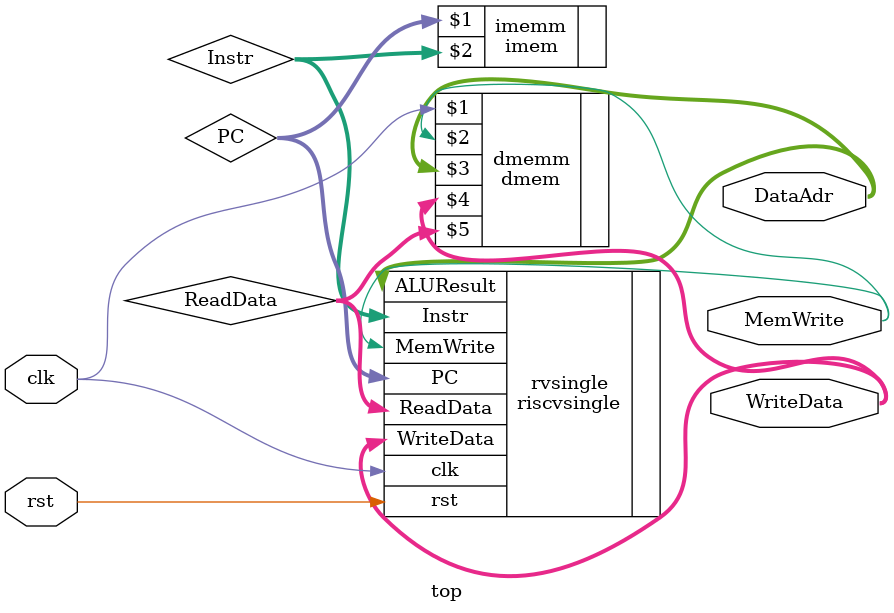
<source format=sv>
module top(input logic clk,rst,
		   output logic [31:0] WriteData,DataAdr,
		   output logic MemWrite );

		   logic [31:0] PC,Instr,ReadData;

		  riscvsingle  rvsingle (.clk(clk),.rst(rst),.PC(PC),.Instr(Instr),.MemWrite(MemWrite),.WriteData(WriteData),.ReadData(ReadData),.ALUResult(DataAdr));
		  
      imem imemm(PC,Instr);
		  
      dmem dmemm(clk,MemWrite,DataAdr,WriteData,ReadData);

endmodule

</source>
